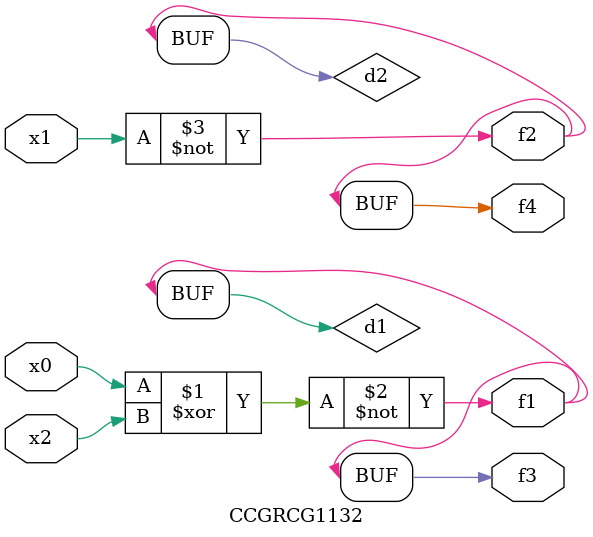
<source format=v>
module CCGRCG1132(
	input x0, x1, x2,
	output f1, f2, f3, f4
);

	wire d1, d2, d3;

	xnor (d1, x0, x2);
	nand (d2, x1);
	nor (d3, x1, x2);
	assign f1 = d1;
	assign f2 = d2;
	assign f3 = d1;
	assign f4 = d2;
endmodule

</source>
